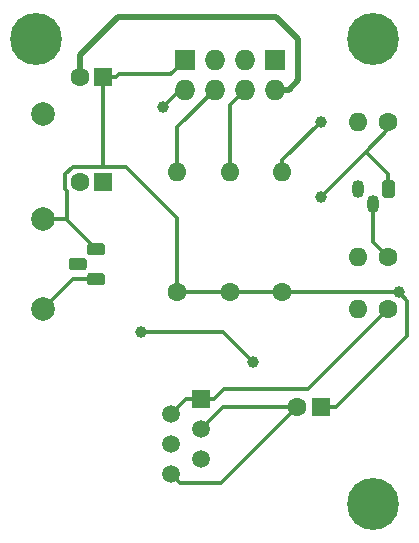
<source format=gbr>
G04 #@! TF.GenerationSoftware,KiCad,Pcbnew,(5.0.0-3-g5ebb6b6)*
G04 #@! TF.CreationDate,2018-11-13T12:47:17+01:00*
G04 #@! TF.ProjectId,DSMRlogger_v3,44534D526C6F676765725F76332E6B69,rev?*
G04 #@! TF.SameCoordinates,Original*
G04 #@! TF.FileFunction,Copper,L1,Top,Signal*
G04 #@! TF.FilePolarity,Positive*
%FSLAX46Y46*%
G04 Gerber Fmt 4.6, Leading zero omitted, Abs format (unit mm)*
G04 Created by KiCad (PCBNEW (5.0.0-3-g5ebb6b6)) date Tuesday, 13 November 2018 at 12:47:17*
%MOMM*%
%LPD*%
G01*
G04 APERTURE LIST*
G04 #@! TA.AperFunction,ComponentPad*
%ADD10O,1.050000X1.500000*%
G04 #@! TD*
G04 #@! TA.AperFunction,Conductor*
%ADD11C,0.100000*%
G04 #@! TD*
G04 #@! TA.AperFunction,ComponentPad*
%ADD12C,1.050000*%
G04 #@! TD*
G04 #@! TA.AperFunction,ComponentPad*
%ADD13C,1.600000*%
G04 #@! TD*
G04 #@! TA.AperFunction,ComponentPad*
%ADD14O,1.600000X1.600000*%
G04 #@! TD*
G04 #@! TA.AperFunction,ComponentPad*
%ADD15R,1.600000X1.600000*%
G04 #@! TD*
G04 #@! TA.AperFunction,ComponentPad*
%ADD16R,1.700000X1.700000*%
G04 #@! TD*
G04 #@! TA.AperFunction,ViaPad*
%ADD17O,1.700000X1.700000*%
G04 #@! TD*
G04 #@! TA.AperFunction,ComponentPad*
%ADD18O,1.700000X1.700000*%
G04 #@! TD*
G04 #@! TA.AperFunction,ComponentPad*
%ADD19R,1.727200X1.727200*%
G04 #@! TD*
G04 #@! TA.AperFunction,ComponentPad*
%ADD20O,1.727200X1.727200*%
G04 #@! TD*
G04 #@! TA.AperFunction,ComponentPad*
%ADD21C,4.400000*%
G04 #@! TD*
G04 #@! TA.AperFunction,ComponentPad*
%ADD22C,2.000000*%
G04 #@! TD*
G04 #@! TA.AperFunction,ComponentPad*
%ADD23C,1.520000*%
G04 #@! TD*
G04 #@! TA.AperFunction,ComponentPad*
%ADD24R,1.520000X1.520000*%
G04 #@! TD*
G04 #@! TA.AperFunction,ViaPad*
%ADD25C,1.000000*%
G04 #@! TD*
G04 #@! TA.AperFunction,Conductor*
%ADD26C,0.350000*%
G04 #@! TD*
G04 #@! TA.AperFunction,Conductor*
%ADD27C,0.500000*%
G04 #@! TD*
G04 APERTURE END LIST*
D10*
G04 #@! TO.P,Q1,2*
G04 #@! TO.N,Net-(Q1-Pad2)*
X71755000Y-45085000D03*
G04 #@! TO.P,Q1,3*
G04 #@! TO.N,GND*
X70485000Y-43815000D03*
D11*
G04 #@! TD*
G04 #@! TO.N,RxD*
G04 #@! TO.C,Q1*
G36*
X73313229Y-43066264D02*
X73338711Y-43070044D01*
X73363700Y-43076303D01*
X73387954Y-43084982D01*
X73411242Y-43095996D01*
X73433337Y-43109239D01*
X73454028Y-43124585D01*
X73473116Y-43141884D01*
X73490415Y-43160972D01*
X73505761Y-43181663D01*
X73519004Y-43203758D01*
X73530018Y-43227046D01*
X73538697Y-43251300D01*
X73544956Y-43276289D01*
X73548736Y-43301771D01*
X73550000Y-43327500D01*
X73550000Y-44302500D01*
X73548736Y-44328229D01*
X73544956Y-44353711D01*
X73538697Y-44378700D01*
X73530018Y-44402954D01*
X73519004Y-44426242D01*
X73505761Y-44448337D01*
X73490415Y-44469028D01*
X73473116Y-44488116D01*
X73454028Y-44505415D01*
X73433337Y-44520761D01*
X73411242Y-44534004D01*
X73387954Y-44545018D01*
X73363700Y-44553697D01*
X73338711Y-44559956D01*
X73313229Y-44563736D01*
X73287500Y-44565000D01*
X72762500Y-44565000D01*
X72736771Y-44563736D01*
X72711289Y-44559956D01*
X72686300Y-44553697D01*
X72662046Y-44545018D01*
X72638758Y-44534004D01*
X72616663Y-44520761D01*
X72595972Y-44505415D01*
X72576884Y-44488116D01*
X72559585Y-44469028D01*
X72544239Y-44448337D01*
X72530996Y-44426242D01*
X72519982Y-44402954D01*
X72511303Y-44378700D01*
X72505044Y-44353711D01*
X72501264Y-44328229D01*
X72500000Y-44302500D01*
X72500000Y-43327500D01*
X72501264Y-43301771D01*
X72505044Y-43276289D01*
X72511303Y-43251300D01*
X72519982Y-43227046D01*
X72530996Y-43203758D01*
X72544239Y-43181663D01*
X72559585Y-43160972D01*
X72576884Y-43141884D01*
X72595972Y-43124585D01*
X72616663Y-43109239D01*
X72638758Y-43095996D01*
X72662046Y-43084982D01*
X72686300Y-43076303D01*
X72711289Y-43070044D01*
X72736771Y-43066264D01*
X72762500Y-43065000D01*
X73287500Y-43065000D01*
X73313229Y-43066264D01*
X73313229Y-43066264D01*
G37*
D12*
G04 #@! TO.P,Q1,1*
G04 #@! TO.N,RxD*
X73025000Y-43815000D03*
G04 #@! TD*
D11*
G04 #@! TO.N,5Volt*
G04 #@! TO.C,U1*
G36*
X47233229Y-49641264D02*
X47258711Y-49645044D01*
X47283700Y-49651303D01*
X47307954Y-49659982D01*
X47331242Y-49670996D01*
X47353337Y-49684239D01*
X47374028Y-49699585D01*
X47393116Y-49716884D01*
X47410415Y-49735972D01*
X47425761Y-49756663D01*
X47439004Y-49778758D01*
X47450018Y-49802046D01*
X47458697Y-49826300D01*
X47464956Y-49851289D01*
X47468736Y-49876771D01*
X47470000Y-49902500D01*
X47470000Y-50427500D01*
X47468736Y-50453229D01*
X47464956Y-50478711D01*
X47458697Y-50503700D01*
X47450018Y-50527954D01*
X47439004Y-50551242D01*
X47425761Y-50573337D01*
X47410415Y-50594028D01*
X47393116Y-50613116D01*
X47374028Y-50630415D01*
X47353337Y-50645761D01*
X47331242Y-50659004D01*
X47307954Y-50670018D01*
X47283700Y-50678697D01*
X47258711Y-50684956D01*
X47233229Y-50688736D01*
X47207500Y-50690000D01*
X46232500Y-50690000D01*
X46206771Y-50688736D01*
X46181289Y-50684956D01*
X46156300Y-50678697D01*
X46132046Y-50670018D01*
X46108758Y-50659004D01*
X46086663Y-50645761D01*
X46065972Y-50630415D01*
X46046884Y-50613116D01*
X46029585Y-50594028D01*
X46014239Y-50573337D01*
X46000996Y-50551242D01*
X45989982Y-50527954D01*
X45981303Y-50503700D01*
X45975044Y-50478711D01*
X45971264Y-50453229D01*
X45970000Y-50427500D01*
X45970000Y-49902500D01*
X45971264Y-49876771D01*
X45975044Y-49851289D01*
X45981303Y-49826300D01*
X45989982Y-49802046D01*
X46000996Y-49778758D01*
X46014239Y-49756663D01*
X46029585Y-49735972D01*
X46046884Y-49716884D01*
X46065972Y-49699585D01*
X46086663Y-49684239D01*
X46108758Y-49670996D01*
X46132046Y-49659982D01*
X46156300Y-49651303D01*
X46181289Y-49645044D01*
X46206771Y-49641264D01*
X46232500Y-49640000D01*
X47207500Y-49640000D01*
X47233229Y-49641264D01*
X47233229Y-49641264D01*
G37*
D12*
G04 #@! TD*
G04 #@! TO.P,U1,2*
G04 #@! TO.N,5Volt*
X46720000Y-50165000D03*
D11*
G04 #@! TO.N,3v3*
G04 #@! TO.C,U1*
G36*
X48773229Y-48371264D02*
X48798711Y-48375044D01*
X48823700Y-48381303D01*
X48847954Y-48389982D01*
X48871242Y-48400996D01*
X48893337Y-48414239D01*
X48914028Y-48429585D01*
X48933116Y-48446884D01*
X48950415Y-48465972D01*
X48965761Y-48486663D01*
X48979004Y-48508758D01*
X48990018Y-48532046D01*
X48998697Y-48556300D01*
X49004956Y-48581289D01*
X49008736Y-48606771D01*
X49010000Y-48632500D01*
X49010000Y-49157500D01*
X49008736Y-49183229D01*
X49004956Y-49208711D01*
X48998697Y-49233700D01*
X48990018Y-49257954D01*
X48979004Y-49281242D01*
X48965761Y-49303337D01*
X48950415Y-49324028D01*
X48933116Y-49343116D01*
X48914028Y-49360415D01*
X48893337Y-49375761D01*
X48871242Y-49389004D01*
X48847954Y-49400018D01*
X48823700Y-49408697D01*
X48798711Y-49414956D01*
X48773229Y-49418736D01*
X48747500Y-49420000D01*
X47772500Y-49420000D01*
X47746771Y-49418736D01*
X47721289Y-49414956D01*
X47696300Y-49408697D01*
X47672046Y-49400018D01*
X47648758Y-49389004D01*
X47626663Y-49375761D01*
X47605972Y-49360415D01*
X47586884Y-49343116D01*
X47569585Y-49324028D01*
X47554239Y-49303337D01*
X47540996Y-49281242D01*
X47529982Y-49257954D01*
X47521303Y-49233700D01*
X47515044Y-49208711D01*
X47511264Y-49183229D01*
X47510000Y-49157500D01*
X47510000Y-48632500D01*
X47511264Y-48606771D01*
X47515044Y-48581289D01*
X47521303Y-48556300D01*
X47529982Y-48532046D01*
X47540996Y-48508758D01*
X47554239Y-48486663D01*
X47569585Y-48465972D01*
X47586884Y-48446884D01*
X47605972Y-48429585D01*
X47626663Y-48414239D01*
X47648758Y-48400996D01*
X47672046Y-48389982D01*
X47696300Y-48381303D01*
X47721289Y-48375044D01*
X47746771Y-48371264D01*
X47772500Y-48370000D01*
X48747500Y-48370000D01*
X48773229Y-48371264D01*
X48773229Y-48371264D01*
G37*
D12*
G04 #@! TD*
G04 #@! TO.P,U1,3*
G04 #@! TO.N,3v3*
X48260000Y-48895000D03*
D11*
G04 #@! TO.N,GND*
G04 #@! TO.C,U1*
G36*
X48773229Y-50911264D02*
X48798711Y-50915044D01*
X48823700Y-50921303D01*
X48847954Y-50929982D01*
X48871242Y-50940996D01*
X48893337Y-50954239D01*
X48914028Y-50969585D01*
X48933116Y-50986884D01*
X48950415Y-51005972D01*
X48965761Y-51026663D01*
X48979004Y-51048758D01*
X48990018Y-51072046D01*
X48998697Y-51096300D01*
X49004956Y-51121289D01*
X49008736Y-51146771D01*
X49010000Y-51172500D01*
X49010000Y-51697500D01*
X49008736Y-51723229D01*
X49004956Y-51748711D01*
X48998697Y-51773700D01*
X48990018Y-51797954D01*
X48979004Y-51821242D01*
X48965761Y-51843337D01*
X48950415Y-51864028D01*
X48933116Y-51883116D01*
X48914028Y-51900415D01*
X48893337Y-51915761D01*
X48871242Y-51929004D01*
X48847954Y-51940018D01*
X48823700Y-51948697D01*
X48798711Y-51954956D01*
X48773229Y-51958736D01*
X48747500Y-51960000D01*
X47772500Y-51960000D01*
X47746771Y-51958736D01*
X47721289Y-51954956D01*
X47696300Y-51948697D01*
X47672046Y-51940018D01*
X47648758Y-51929004D01*
X47626663Y-51915761D01*
X47605972Y-51900415D01*
X47586884Y-51883116D01*
X47569585Y-51864028D01*
X47554239Y-51843337D01*
X47540996Y-51821242D01*
X47529982Y-51797954D01*
X47521303Y-51773700D01*
X47515044Y-51748711D01*
X47511264Y-51723229D01*
X47510000Y-51697500D01*
X47510000Y-51172500D01*
X47511264Y-51146771D01*
X47515044Y-51121289D01*
X47521303Y-51096300D01*
X47529982Y-51072046D01*
X47540996Y-51048758D01*
X47554239Y-51026663D01*
X47569585Y-51005972D01*
X47586884Y-50986884D01*
X47605972Y-50969585D01*
X47626663Y-50954239D01*
X47648758Y-50940996D01*
X47672046Y-50929982D01*
X47696300Y-50921303D01*
X47721289Y-50915044D01*
X47746771Y-50911264D01*
X47772500Y-50910000D01*
X48747500Y-50910000D01*
X48773229Y-50911264D01*
X48773229Y-50911264D01*
G37*
D12*
G04 #@! TD*
G04 #@! TO.P,U1,1*
G04 #@! TO.N,GND*
X48260000Y-51435000D03*
D13*
G04 #@! TO.P,R2,1*
G04 #@! TO.N,5Volt*
X73025000Y-53975000D03*
D14*
G04 #@! TO.P,R2,2*
G04 #@! TO.N,TxD*
X70485000Y-53975000D03*
G04 #@! TD*
D13*
G04 #@! TO.P,C1,2*
G04 #@! TO.N,GND*
X46895000Y-43180000D03*
D15*
G04 #@! TO.P,C1,1*
G04 #@! TO.N,5Volt*
X48895000Y-43180000D03*
G04 #@! TD*
G04 #@! TO.P,C2,1*
G04 #@! TO.N,3v3*
X67310000Y-62230000D03*
D13*
G04 #@! TO.P,C2,2*
G04 #@! TO.N,GND*
X65310000Y-62230000D03*
G04 #@! TD*
D15*
G04 #@! TO.P,C3,1*
G04 #@! TO.N,3v3*
X48895000Y-34290000D03*
D13*
G04 #@! TO.P,C3,2*
G04 #@! TO.N,GND*
X46895000Y-34290000D03*
G04 #@! TD*
D16*
G04 #@! TO.P,J2,1*
G04 #@! TO.N,N/C*
X55785234Y-32858601D03*
D17*
G04 #@! TD*
G04 #@! TO.N,N/C*
G04 #@! TO.C,J2*
X55785234Y-35398601D03*
D18*
G04 #@! TO.P,J2,3*
G04 #@! TO.N,N/C*
X58325234Y-32858601D03*
G04 #@! TO.P,J2,4*
X58325234Y-35398601D03*
G04 #@! TO.P,J2,5*
X60865234Y-32858601D03*
G04 #@! TO.P,J2,6*
X60865234Y-35398601D03*
G04 #@! TO.P,J2,7*
X63405234Y-32858601D03*
G04 #@! TO.P,J2,8*
X63405234Y-35398601D03*
G04 #@! TD*
D13*
G04 #@! TO.P,R1,1*
G04 #@! TO.N,Net-(Q1-Pad2)*
X73025000Y-49530000D03*
D14*
G04 #@! TO.P,R1,2*
G04 #@! TO.N,TxD*
X70485000Y-49530000D03*
G04 #@! TD*
G04 #@! TO.P,R3,2*
G04 #@! TO.N,3v3*
X70485000Y-38100000D03*
D13*
G04 #@! TO.P,R3,1*
G04 #@! TO.N,RxD*
X73025000Y-38100000D03*
G04 #@! TD*
D19*
G04 #@! TO.P,U2,1*
G04 #@! TO.N,N/C*
X63405234Y-32858601D03*
D20*
G04 #@! TO.P,U2,2*
G04 #@! TO.N,GND*
X63405234Y-35398601D03*
G04 #@! TO.P,U2,3*
G04 #@! TO.N,Net-(R4-Pad2)*
X60865234Y-32858601D03*
G04 #@! TO.P,U2,4*
G04 #@! TO.N,Net-(R5-Pad2)*
X60865234Y-35398601D03*
G04 #@! TO.P,U2,5*
G04 #@! TO.N,N/C*
X58325234Y-32858601D03*
G04 #@! TO.P,U2,6*
G04 #@! TO.N,Net-(R6-Pad2)*
X58325234Y-35398601D03*
G04 #@! TO.P,U2,7*
G04 #@! TO.N,3v3*
X55785234Y-32858601D03*
G04 #@! TO.P,U2,8*
G04 #@! TO.N,RxD*
X55785234Y-35398601D03*
G04 #@! TD*
D21*
G04 #@! TO.P,MH1,1*
G04 #@! TO.N,N/C*
X43180000Y-31115000D03*
G04 #@! TD*
G04 #@! TO.P,MH3,1*
G04 #@! TO.N,N/C*
X71755000Y-31115000D03*
G04 #@! TD*
G04 #@! TO.P,MH4,1*
G04 #@! TO.N,N/C*
X71755000Y-70485000D03*
G04 #@! TD*
D13*
G04 #@! TO.P,R4,1*
G04 #@! TO.N,3v3*
X64040234Y-52543601D03*
D14*
G04 #@! TO.P,R4,2*
G04 #@! TO.N,Net-(R4-Pad2)*
X64040234Y-42383601D03*
G04 #@! TD*
G04 #@! TO.P,R5,2*
G04 #@! TO.N,Net-(R5-Pad2)*
X59595234Y-42383601D03*
D13*
G04 #@! TO.P,R5,1*
G04 #@! TO.N,3v3*
X59595234Y-52543601D03*
G04 #@! TD*
G04 #@! TO.P,R6,1*
G04 #@! TO.N,3v3*
X55150234Y-52543601D03*
D14*
G04 #@! TO.P,R6,2*
G04 #@! TO.N,Net-(R6-Pad2)*
X55150234Y-42383601D03*
G04 #@! TD*
D22*
G04 #@! TO.P,J3,1*
G04 #@! TO.N,3v3*
X43815000Y-46355000D03*
G04 #@! TD*
G04 #@! TO.P,J4,1*
G04 #@! TO.N,5Volt*
X43815000Y-37465000D03*
G04 #@! TD*
G04 #@! TO.P,J5,1*
G04 #@! TO.N,GND*
X43815000Y-53975000D03*
G04 #@! TD*
D23*
G04 #@! TO.P,J1,6*
G04 #@! TO.N,GND*
X54610000Y-67945000D03*
G04 #@! TO.P,J1,5*
G04 #@! TO.N,TxD*
X57150000Y-66675000D03*
G04 #@! TO.P,J1,4*
G04 #@! TO.N,N/C*
X54610000Y-65405000D03*
G04 #@! TO.P,J1,3*
G04 #@! TO.N,GND*
X57150000Y-64135000D03*
G04 #@! TO.P,J1,2*
G04 #@! TO.N,5Volt*
X54610000Y-62865000D03*
D24*
G04 #@! TO.P,J1,1*
X57150000Y-61595000D03*
G04 #@! TD*
D25*
G04 #@! TO.N,GND*
X52070000Y-55880000D03*
X61595000Y-58420000D03*
G04 #@! TO.N,3v3*
X73907968Y-52522287D03*
G04 #@! TO.N,RxD*
X53975000Y-36830000D03*
X67310000Y-44450000D03*
G04 #@! TO.N,Net-(R4-Pad2)*
X67310000Y-38100000D03*
G04 #@! TD*
D26*
G04 #@! TO.N,GND*
X59055000Y-62230000D02*
X57150000Y-64135000D01*
X65310000Y-62230000D02*
X59055000Y-62230000D01*
X58835001Y-68704999D02*
X55369999Y-68704999D01*
X55369999Y-68704999D02*
X54610000Y-67945000D01*
X65310000Y-62230000D02*
X58835001Y-68704999D01*
X46355000Y-51435000D02*
X43815000Y-53975000D01*
X48260000Y-51435000D02*
X46355000Y-51435000D01*
X52070000Y-55880000D02*
X59055000Y-55880000D01*
X59055000Y-55880000D02*
X61595000Y-58420000D01*
D27*
X64626548Y-35398601D02*
X65405000Y-34620149D01*
X63405234Y-35398601D02*
X64626548Y-35398601D01*
X65405000Y-34620149D02*
X65405000Y-31115000D01*
X65405000Y-31115000D02*
X63500000Y-29210000D01*
X63500000Y-29210000D02*
X50165000Y-29210000D01*
X46895000Y-32480000D02*
X46895000Y-34290000D01*
X50165000Y-29210000D02*
X46895000Y-32480000D01*
D26*
G04 #@! TO.N,5Volt*
X73025000Y-53975000D02*
X66220001Y-60779999D01*
X55880000Y-61595000D02*
X57150000Y-61595000D01*
X54610000Y-62865000D02*
X55880000Y-61595000D01*
X58260000Y-61595000D02*
X59075001Y-60779999D01*
X59075001Y-60779999D02*
X66220001Y-60779999D01*
X57150000Y-61595000D02*
X58260000Y-61595000D01*
G04 #@! TO.N,3v3*
X50201398Y-34033602D02*
X54610233Y-34033602D01*
X49945000Y-34290000D02*
X50201398Y-34033602D01*
X54610233Y-34033602D02*
X54642733Y-34001102D01*
X54610233Y-34033602D02*
X55785234Y-32858601D01*
X55150234Y-52543601D02*
X59595234Y-52543601D01*
X59595234Y-52543601D02*
X64040234Y-52543601D01*
X48895000Y-35340000D02*
X48895000Y-34290000D01*
X48895000Y-34290000D02*
X49945000Y-34290000D01*
X45720000Y-46355000D02*
X43815000Y-46355000D01*
X45769999Y-46404999D02*
X45720000Y-46355000D01*
X74600010Y-56239990D02*
X68610000Y-62230000D01*
X74600010Y-53248598D02*
X74600010Y-56239990D01*
X73895013Y-52543601D02*
X74600010Y-53248598D01*
X68610000Y-62230000D02*
X67310000Y-62230000D01*
X45769999Y-46404999D02*
X48260000Y-48895000D01*
X73907968Y-52522287D02*
X73895013Y-52543601D01*
X64040234Y-52543601D02*
X73907968Y-52522287D01*
X55150234Y-51412231D02*
X55150234Y-52543601D01*
X55150234Y-46260234D02*
X55150234Y-51412231D01*
X45619999Y-42567999D02*
X46282999Y-41904999D01*
X50794999Y-41904999D02*
X55150234Y-46260234D01*
X45619999Y-43792001D02*
X45619999Y-42567999D01*
X45769999Y-43942001D02*
X45619999Y-43792001D01*
X45769999Y-46404999D02*
X45769999Y-43942001D01*
X48895000Y-41904999D02*
X48895000Y-35340000D01*
X46282999Y-41904999D02*
X48895000Y-41904999D01*
X48895000Y-41904999D02*
X50794999Y-41904999D01*
G04 #@! TO.N,Net-(Q1-Pad2)*
X71755000Y-48260000D02*
X73025000Y-49530000D01*
X71755000Y-45085000D02*
X71755000Y-48260000D01*
G04 #@! TO.N,RxD*
X55406399Y-35398601D02*
X53975000Y-36830000D01*
X55785234Y-35398601D02*
X55406399Y-35398601D01*
X73025000Y-38735000D02*
X73025000Y-38100000D01*
X71120000Y-40640000D02*
X73025000Y-42545000D01*
X67310000Y-44450000D02*
X71120000Y-40640000D01*
X71120000Y-40640000D02*
X73025000Y-38735000D01*
X73025000Y-42545000D02*
X73025000Y-43815000D01*
G04 #@! TO.N,Net-(R4-Pad2)*
X64040234Y-41369766D02*
X64040234Y-42383601D01*
X67310000Y-38100000D02*
X64040234Y-41369766D01*
G04 #@! TO.N,Net-(R5-Pad2)*
X59595234Y-36668601D02*
X59595234Y-42383601D01*
X60865234Y-35398601D02*
X59595234Y-36668601D01*
G04 #@! TO.N,Net-(R6-Pad2)*
X55150234Y-38573601D02*
X55150234Y-42383601D01*
X58325234Y-35398601D02*
X55150234Y-38573601D01*
G04 #@! TD*
M02*

</source>
